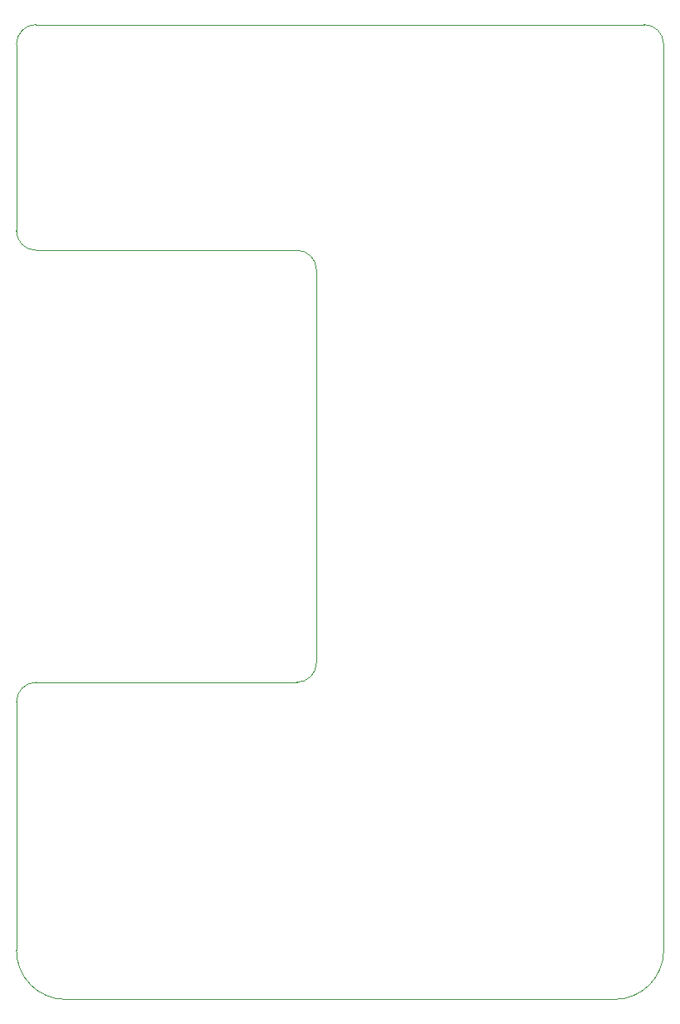
<source format=gbr>
%TF.GenerationSoftware,KiCad,Pcbnew,8.0.9*%
<<<<<<< HEAD
%TF.CreationDate,2025-05-06T07:17:22-07:00*%
=======
%TF.CreationDate,2025-05-02T13:50:10-07:00*%
>>>>>>> main
%TF.ProjectId,EV12 Board Design,45563132-2042-46f6-9172-642044657369,EV12*%
%TF.SameCoordinates,Original*%
%TF.FileFunction,Profile,NP*%
%FSLAX46Y46*%
G04 Gerber Fmt 4.6, Leading zero omitted, Abs format (unit mm)*
<<<<<<< HEAD
G04 Created by KiCad (PCBNEW 8.0.9) date 2025-05-06 07:17:22*
=======
G04 Created by KiCad (PCBNEW 8.0.9) date 2025-05-02 13:50:10*
>>>>>>> main
%MOMM*%
%LPD*%
G01*
G04 APERTURE LIST*
%TA.AperFunction,Profile*%
%ADD10C,0.050000*%
%TD*%
G04 APERTURE END LIST*
D10*
X142600000Y-69000000D02*
G75*
G02*
X144600000Y-71000000I0J-2000000D01*
G01*
X178000000Y-46000000D02*
G75*
G02*
X180000000Y-48000000I0J-2000000D01*
G01*
X178000000Y-46000000D02*
X116000000Y-46000000D01*
X119000000Y-145300000D02*
G75*
G02*
X114000000Y-140300000I0J5000000D01*
G01*
X144600000Y-71000000D02*
X144600000Y-111000000D01*
X180000000Y-140300000D02*
G75*
G02*
X175000000Y-145300000I-5000000J0D01*
G01*
X116000000Y-69000000D02*
X142600000Y-69000000D01*
X114000000Y-115000000D02*
G75*
G02*
X116000000Y-113000000I2000000J0D01*
G01*
X144600000Y-111000000D02*
G75*
G02*
X142600000Y-113000000I-2000000J0D01*
G01*
X142600000Y-113000000D02*
X116000000Y-113000000D01*
X180000000Y-48000000D02*
X180000000Y-140300000D01*
X119000000Y-145300000D02*
X175000000Y-145300000D01*
X114000000Y-48000000D02*
G75*
G02*
X116000000Y-46000000I2000000J0D01*
G01*
X116000000Y-69000000D02*
G75*
G02*
X114000000Y-67000000I0J2000000D01*
G01*
X114000000Y-115000000D02*
X114000000Y-140300000D01*
X114000000Y-48000000D02*
X114000000Y-67000000D01*
M02*

</source>
